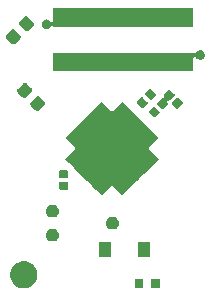
<source format=gbr>
G04 #@! TF.GenerationSoftware,KiCad,Pcbnew,(5.1.6)-1*
G04 #@! TF.CreationDate,2020-12-13T19:15:47+01:00*
G04 #@! TF.ProjectId,ACM-pcb,41434d2d-7063-4622-9e6b-696361645f70,rev?*
G04 #@! TF.SameCoordinates,Original*
G04 #@! TF.FileFunction,Soldermask,Bot*
G04 #@! TF.FilePolarity,Negative*
%FSLAX46Y46*%
G04 Gerber Fmt 4.6, Leading zero omitted, Abs format (unit mm)*
G04 Created by KiCad (PCBNEW (5.1.6)-1) date 2020-12-13 19:15:47*
%MOMM*%
%LPD*%
G01*
G04 APERTURE LIST*
%ADD10C,0.100000*%
G04 APERTURE END LIST*
D10*
G36*
X66224549Y-87871116D02*
G01*
X66335734Y-87893232D01*
X66545203Y-87979997D01*
X66733720Y-88105960D01*
X66894040Y-88266280D01*
X67020003Y-88454797D01*
X67106768Y-88664266D01*
X67151000Y-88886636D01*
X67151000Y-89113364D01*
X67106768Y-89335734D01*
X67020003Y-89545203D01*
X66894040Y-89733720D01*
X66733720Y-89894040D01*
X66545203Y-90020003D01*
X66335734Y-90106768D01*
X66239048Y-90126000D01*
X66113365Y-90151000D01*
X65886635Y-90151000D01*
X65760952Y-90126000D01*
X65664266Y-90106768D01*
X65454797Y-90020003D01*
X65266280Y-89894040D01*
X65105960Y-89733720D01*
X64979997Y-89545203D01*
X64893232Y-89335734D01*
X64849000Y-89113364D01*
X64849000Y-88886636D01*
X64893232Y-88664266D01*
X64979997Y-88454797D01*
X65105960Y-88266280D01*
X65266280Y-88105960D01*
X65454797Y-87979997D01*
X65664266Y-87893232D01*
X65775451Y-87871116D01*
X65886635Y-87849000D01*
X66113365Y-87849000D01*
X66224549Y-87871116D01*
G37*
G36*
X77501000Y-90126000D02*
G01*
X76799000Y-90126000D01*
X76799000Y-89324000D01*
X77501000Y-89324000D01*
X77501000Y-90126000D01*
G37*
G36*
X76101000Y-90126000D02*
G01*
X75399000Y-90126000D01*
X75399000Y-89324000D01*
X76101000Y-89324000D01*
X76101000Y-90126000D01*
G37*
G36*
X76700000Y-87519000D02*
G01*
X75698000Y-87519000D01*
X75698000Y-86217000D01*
X76700000Y-86217000D01*
X76700000Y-87519000D01*
G37*
G36*
X73400000Y-87519000D02*
G01*
X72398000Y-87519000D01*
X72398000Y-86217000D01*
X73400000Y-86217000D01*
X73400000Y-87519000D01*
G37*
G36*
X68526578Y-85100197D02*
G01*
X68579350Y-85110694D01*
X68678770Y-85151875D01*
X68768246Y-85211661D01*
X68844339Y-85287754D01*
X68904125Y-85377230D01*
X68945306Y-85476650D01*
X68966300Y-85582194D01*
X68966300Y-85689806D01*
X68945306Y-85795350D01*
X68904125Y-85894770D01*
X68844339Y-85984246D01*
X68768246Y-86060339D01*
X68678770Y-86120125D01*
X68579350Y-86161306D01*
X68526578Y-86171803D01*
X68473807Y-86182300D01*
X68366193Y-86182300D01*
X68313422Y-86171803D01*
X68260650Y-86161306D01*
X68161230Y-86120125D01*
X68071754Y-86060339D01*
X67995661Y-85984246D01*
X67935875Y-85894770D01*
X67894694Y-85795350D01*
X67873700Y-85689806D01*
X67873700Y-85582194D01*
X67894694Y-85476650D01*
X67935875Y-85377230D01*
X67995661Y-85287754D01*
X68071754Y-85211661D01*
X68161230Y-85151875D01*
X68260650Y-85110694D01*
X68313422Y-85100197D01*
X68366193Y-85089700D01*
X68473807Y-85089700D01*
X68526578Y-85100197D01*
G37*
G36*
X73606578Y-84084197D02*
G01*
X73659350Y-84094694D01*
X73758770Y-84135875D01*
X73848246Y-84195661D01*
X73924339Y-84271754D01*
X73984125Y-84361230D01*
X74025306Y-84460650D01*
X74046300Y-84566194D01*
X74046300Y-84673806D01*
X74025306Y-84779350D01*
X73984125Y-84878770D01*
X73924339Y-84968246D01*
X73848246Y-85044339D01*
X73758770Y-85104125D01*
X73659350Y-85145306D01*
X73626325Y-85151875D01*
X73553807Y-85166300D01*
X73446193Y-85166300D01*
X73373675Y-85151875D01*
X73340650Y-85145306D01*
X73241230Y-85104125D01*
X73151754Y-85044339D01*
X73075661Y-84968246D01*
X73015875Y-84878770D01*
X72974694Y-84779350D01*
X72953700Y-84673806D01*
X72953700Y-84566194D01*
X72974694Y-84460650D01*
X73015875Y-84361230D01*
X73075661Y-84271754D01*
X73151754Y-84195661D01*
X73241230Y-84135875D01*
X73340650Y-84094694D01*
X73393422Y-84084197D01*
X73446193Y-84073700D01*
X73553807Y-84073700D01*
X73606578Y-84084197D01*
G37*
G36*
X68526578Y-83068197D02*
G01*
X68579350Y-83078694D01*
X68678770Y-83119875D01*
X68768246Y-83179661D01*
X68844339Y-83255754D01*
X68904125Y-83345230D01*
X68945306Y-83444650D01*
X68966300Y-83550194D01*
X68966300Y-83657806D01*
X68945306Y-83763350D01*
X68904125Y-83862770D01*
X68844339Y-83952246D01*
X68768246Y-84028339D01*
X68678770Y-84088125D01*
X68579350Y-84129306D01*
X68546325Y-84135875D01*
X68473807Y-84150300D01*
X68366193Y-84150300D01*
X68293675Y-84135875D01*
X68260650Y-84129306D01*
X68161230Y-84088125D01*
X68071754Y-84028339D01*
X67995661Y-83952246D01*
X67935875Y-83862770D01*
X67894694Y-83763350D01*
X67873700Y-83657806D01*
X67873700Y-83550194D01*
X67894694Y-83444650D01*
X67935875Y-83345230D01*
X67995661Y-83255754D01*
X68071754Y-83179661D01*
X68161230Y-83119875D01*
X68260650Y-83078694D01*
X68313422Y-83068197D01*
X68366193Y-83057700D01*
X68473807Y-83057700D01*
X68526578Y-83068197D01*
G37*
G36*
X74660296Y-74666600D02*
G01*
X74660296Y-74666601D01*
X74800303Y-74806608D01*
X74800303Y-74806607D01*
X75119916Y-75126220D01*
X75119916Y-75126221D01*
X75259922Y-75266227D01*
X75259922Y-75266226D01*
X75579535Y-75585839D01*
X75579535Y-75585840D01*
X75667917Y-75674222D01*
X75667922Y-75674228D01*
X75719541Y-75725847D01*
X75719541Y-75725846D01*
X76039154Y-76045459D01*
X76039154Y-76045460D01*
X76090773Y-76097079D01*
X76090779Y-76097084D01*
X76179161Y-76185466D01*
X76179161Y-76185465D01*
X76498774Y-76505078D01*
X76498774Y-76505079D01*
X76638780Y-76645085D01*
X76638780Y-76645084D01*
X76958393Y-76964697D01*
X76958393Y-76964698D01*
X77098400Y-77104705D01*
X77098400Y-77104704D01*
X77418013Y-77424317D01*
X76622512Y-78219818D01*
X76606972Y-78238754D01*
X76595421Y-78260365D01*
X76588308Y-78283814D01*
X76585906Y-78308200D01*
X76588308Y-78332586D01*
X76595421Y-78356035D01*
X76606972Y-78377646D01*
X76622512Y-78396582D01*
X77418013Y-79192083D01*
X76179161Y-80430935D01*
X76039154Y-80570941D01*
X75719541Y-80890554D01*
X75579535Y-81030561D01*
X74340683Y-82269413D01*
X73545182Y-81473912D01*
X73526246Y-81458372D01*
X73504635Y-81446821D01*
X73481186Y-81439708D01*
X73456800Y-81437306D01*
X73432414Y-81439708D01*
X73408965Y-81446821D01*
X73387354Y-81458372D01*
X73368418Y-81473912D01*
X72572917Y-82269413D01*
X72253304Y-81949800D01*
X72253305Y-81949800D01*
X72113298Y-81809793D01*
X72113297Y-81809793D01*
X71793684Y-81490180D01*
X71793685Y-81490180D01*
X71653679Y-81350174D01*
X71653678Y-81350174D01*
X71334065Y-81030561D01*
X71334066Y-81030561D01*
X71245684Y-80942179D01*
X71245679Y-80942173D01*
X71194060Y-80890554D01*
X71194059Y-80890554D01*
X70874446Y-80570941D01*
X70874447Y-80570941D01*
X70822828Y-80519322D01*
X70822822Y-80519317D01*
X70734440Y-80430935D01*
X70734439Y-80430935D01*
X70414826Y-80111322D01*
X70414827Y-80111322D01*
X70274821Y-79971316D01*
X70274820Y-79971316D01*
X69955207Y-79651703D01*
X69955208Y-79651703D01*
X69815201Y-79511696D01*
X69815200Y-79511696D01*
X69495587Y-79192083D01*
X70291088Y-78396582D01*
X70306628Y-78377646D01*
X70318179Y-78356035D01*
X70325292Y-78332586D01*
X70327694Y-78308200D01*
X70325292Y-78283814D01*
X70318179Y-78260365D01*
X70306628Y-78238754D01*
X70291088Y-78219818D01*
X69495587Y-77424317D01*
X69815200Y-77104704D01*
X69815201Y-77104705D01*
X69955208Y-76964698D01*
X69955207Y-76964697D01*
X70274820Y-76645084D01*
X70274821Y-76645085D01*
X70414827Y-76505079D01*
X70414826Y-76505078D01*
X70734439Y-76185465D01*
X70734440Y-76185466D01*
X70822817Y-76097088D01*
X70822828Y-76097079D01*
X70874447Y-76045460D01*
X70874446Y-76045459D01*
X71194059Y-75725846D01*
X71194060Y-75725847D01*
X71245679Y-75674228D01*
X71245688Y-75674217D01*
X71334066Y-75585840D01*
X71334065Y-75585839D01*
X71653678Y-75266226D01*
X71653679Y-75266227D01*
X71793685Y-75126221D01*
X71793684Y-75126220D01*
X72113297Y-74806607D01*
X72113298Y-74806608D01*
X72253305Y-74666601D01*
X72253304Y-74666600D01*
X72572917Y-74346987D01*
X73368418Y-75142488D01*
X73387354Y-75158028D01*
X73408965Y-75169579D01*
X73432414Y-75176692D01*
X73456800Y-75179094D01*
X73481186Y-75176692D01*
X73504635Y-75169579D01*
X73526246Y-75158028D01*
X73545182Y-75142488D01*
X74340683Y-74346987D01*
X74660296Y-74666600D01*
G37*
G36*
X69649338Y-81116916D02*
G01*
X69669957Y-81123171D01*
X69688953Y-81133324D01*
X69705608Y-81146992D01*
X69719276Y-81163647D01*
X69729429Y-81182643D01*
X69735684Y-81203262D01*
X69738400Y-81230840D01*
X69738400Y-81689560D01*
X69735684Y-81717138D01*
X69729429Y-81737757D01*
X69719276Y-81756753D01*
X69705608Y-81773408D01*
X69688953Y-81787076D01*
X69669957Y-81797229D01*
X69649338Y-81803484D01*
X69621760Y-81806200D01*
X69113040Y-81806200D01*
X69085462Y-81803484D01*
X69064843Y-81797229D01*
X69045847Y-81787076D01*
X69029192Y-81773408D01*
X69015524Y-81756753D01*
X69005371Y-81737757D01*
X68999116Y-81717138D01*
X68996400Y-81689560D01*
X68996400Y-81230840D01*
X68999116Y-81203262D01*
X69005371Y-81182643D01*
X69015524Y-81163647D01*
X69029192Y-81146992D01*
X69045847Y-81133324D01*
X69064843Y-81123171D01*
X69085462Y-81116916D01*
X69113040Y-81114200D01*
X69621760Y-81114200D01*
X69649338Y-81116916D01*
G37*
G36*
X69649338Y-80146916D02*
G01*
X69669957Y-80153171D01*
X69688953Y-80163324D01*
X69705608Y-80176992D01*
X69719276Y-80193647D01*
X69729429Y-80212643D01*
X69735684Y-80233262D01*
X69738400Y-80260840D01*
X69738400Y-80719560D01*
X69735684Y-80747138D01*
X69729429Y-80767757D01*
X69719276Y-80786753D01*
X69705608Y-80803408D01*
X69688953Y-80817076D01*
X69669957Y-80827229D01*
X69649338Y-80833484D01*
X69621760Y-80836200D01*
X69113040Y-80836200D01*
X69085462Y-80833484D01*
X69064843Y-80827229D01*
X69045847Y-80817076D01*
X69029192Y-80803408D01*
X69015524Y-80786753D01*
X69005371Y-80767757D01*
X68999116Y-80747138D01*
X68996400Y-80719560D01*
X68996400Y-80260840D01*
X68999116Y-80233262D01*
X69005371Y-80212643D01*
X69015524Y-80193647D01*
X69029192Y-80176992D01*
X69045847Y-80163324D01*
X69064843Y-80153171D01*
X69085462Y-80146916D01*
X69113040Y-80144200D01*
X69621760Y-80144200D01*
X69649338Y-80146916D01*
G37*
G36*
X77041960Y-74750891D02*
G01*
X77062579Y-74757146D01*
X77081575Y-74767299D01*
X77102996Y-74784879D01*
X77462721Y-75144604D01*
X77480301Y-75166025D01*
X77490454Y-75185021D01*
X77496709Y-75205640D01*
X77498820Y-75227078D01*
X77496709Y-75248516D01*
X77490454Y-75269135D01*
X77480301Y-75288131D01*
X77462721Y-75309552D01*
X77138352Y-75633921D01*
X77116931Y-75651501D01*
X77097935Y-75661654D01*
X77077316Y-75667909D01*
X77055878Y-75670020D01*
X77034440Y-75667909D01*
X77013821Y-75661654D01*
X76994825Y-75651501D01*
X76973404Y-75633921D01*
X76613679Y-75274196D01*
X76596099Y-75252775D01*
X76585946Y-75233779D01*
X76579691Y-75213160D01*
X76577580Y-75191722D01*
X76579691Y-75170284D01*
X76585946Y-75149665D01*
X76596099Y-75130669D01*
X76613679Y-75109248D01*
X76938048Y-74784879D01*
X76959469Y-74767299D01*
X76978465Y-74757146D01*
X76999084Y-74750891D01*
X77020522Y-74748780D01*
X77041960Y-74750891D01*
G37*
G36*
X67242905Y-73858255D02*
G01*
X67276883Y-73868563D01*
X67308204Y-73885304D01*
X67340418Y-73911742D01*
X67380269Y-73951593D01*
X67380275Y-73951598D01*
X67725696Y-74297019D01*
X67725701Y-74297025D01*
X67765552Y-74336876D01*
X67791990Y-74369090D01*
X67808731Y-74400411D01*
X67819039Y-74434389D01*
X67822519Y-74469730D01*
X67819039Y-74505071D01*
X67808731Y-74539049D01*
X67791990Y-74570370D01*
X67765552Y-74602584D01*
X67725701Y-74642435D01*
X67725696Y-74642441D01*
X67327241Y-75040896D01*
X67327235Y-75040901D01*
X67287384Y-75080752D01*
X67255170Y-75107190D01*
X67223849Y-75123931D01*
X67189871Y-75134239D01*
X67154530Y-75137719D01*
X67119189Y-75134239D01*
X67085211Y-75123931D01*
X67053890Y-75107190D01*
X67021676Y-75080752D01*
X66981825Y-75040901D01*
X66981819Y-75040896D01*
X66636398Y-74695475D01*
X66636393Y-74695469D01*
X66596542Y-74655618D01*
X66570104Y-74623404D01*
X66553363Y-74592083D01*
X66543055Y-74558105D01*
X66539575Y-74522764D01*
X66543055Y-74487423D01*
X66553363Y-74453445D01*
X66570104Y-74422124D01*
X66596542Y-74389910D01*
X66636393Y-74350059D01*
X66636398Y-74350053D01*
X67034853Y-73951598D01*
X67034859Y-73951593D01*
X67074710Y-73911742D01*
X67106924Y-73885304D01*
X67138245Y-73868563D01*
X67172223Y-73858255D01*
X67207564Y-73854775D01*
X67242905Y-73858255D01*
G37*
G36*
X78347316Y-73328491D02*
G01*
X78367935Y-73334746D01*
X78386931Y-73344899D01*
X78408352Y-73362479D01*
X78732721Y-73686848D01*
X78750301Y-73708269D01*
X78760454Y-73727265D01*
X78766709Y-73747884D01*
X78768820Y-73769322D01*
X78766709Y-73790760D01*
X78760454Y-73811379D01*
X78750301Y-73830375D01*
X78732721Y-73851796D01*
X78372996Y-74211521D01*
X78351575Y-74229101D01*
X78332579Y-74239254D01*
X78311960Y-74245509D01*
X78290522Y-74247620D01*
X78269084Y-74245509D01*
X78267660Y-74245077D01*
X78243626Y-74240297D01*
X78219122Y-74240297D01*
X78195089Y-74245078D01*
X78172450Y-74254455D01*
X78152076Y-74268069D01*
X78134749Y-74285396D01*
X78121135Y-74305771D01*
X78111758Y-74328409D01*
X78106978Y-74352443D01*
X78106978Y-74376947D01*
X78111759Y-74400980D01*
X78121136Y-74423619D01*
X78142987Y-74453082D01*
X78148615Y-74458710D01*
X78166195Y-74480131D01*
X78176348Y-74499127D01*
X78182603Y-74519746D01*
X78184714Y-74541184D01*
X78182603Y-74562622D01*
X78176348Y-74583241D01*
X78166195Y-74602237D01*
X78148615Y-74623658D01*
X77824246Y-74948027D01*
X77802825Y-74965607D01*
X77783829Y-74975760D01*
X77763210Y-74982015D01*
X77741772Y-74984126D01*
X77720334Y-74982015D01*
X77699715Y-74975760D01*
X77680719Y-74965607D01*
X77659298Y-74948027D01*
X77299573Y-74588302D01*
X77281993Y-74566881D01*
X77271840Y-74547885D01*
X77265585Y-74527266D01*
X77263474Y-74505828D01*
X77265585Y-74484390D01*
X77271840Y-74463771D01*
X77281993Y-74444775D01*
X77299573Y-74423354D01*
X77623942Y-74098985D01*
X77645363Y-74081405D01*
X77664359Y-74071252D01*
X77684978Y-74064997D01*
X77706416Y-74062886D01*
X77727854Y-74064997D01*
X77735340Y-74067268D01*
X77759373Y-74072048D01*
X77783877Y-74072048D01*
X77807910Y-74067268D01*
X77830549Y-74057890D01*
X77850923Y-74044277D01*
X77868250Y-74026950D01*
X77881864Y-74006575D01*
X77891242Y-73983936D01*
X77896022Y-73959903D01*
X77896022Y-73935399D01*
X77891242Y-73911366D01*
X77881864Y-73888727D01*
X77868253Y-73868355D01*
X77866099Y-73865731D01*
X77855946Y-73846735D01*
X77849691Y-73826116D01*
X77847580Y-73804678D01*
X77849691Y-73783240D01*
X77855946Y-73762621D01*
X77866099Y-73743625D01*
X77883679Y-73722204D01*
X78243404Y-73362479D01*
X78264825Y-73344899D01*
X78283821Y-73334746D01*
X78304440Y-73328491D01*
X78325878Y-73326380D01*
X78347316Y-73328491D01*
G37*
G36*
X79033210Y-74014385D02*
G01*
X79053829Y-74020640D01*
X79072825Y-74030793D01*
X79094246Y-74048373D01*
X79418615Y-74372742D01*
X79436195Y-74394163D01*
X79446348Y-74413159D01*
X79452603Y-74433778D01*
X79454714Y-74455216D01*
X79452603Y-74476654D01*
X79446348Y-74497273D01*
X79436195Y-74516269D01*
X79418615Y-74537690D01*
X79058890Y-74897415D01*
X79037469Y-74914995D01*
X79018473Y-74925148D01*
X78997854Y-74931403D01*
X78976416Y-74933514D01*
X78954978Y-74931403D01*
X78934359Y-74925148D01*
X78915363Y-74914995D01*
X78893942Y-74897415D01*
X78569573Y-74573046D01*
X78551993Y-74551625D01*
X78541840Y-74532629D01*
X78535585Y-74512010D01*
X78533474Y-74490572D01*
X78535585Y-74469134D01*
X78541840Y-74448515D01*
X78551993Y-74429519D01*
X78569573Y-74408098D01*
X78929298Y-74048373D01*
X78950719Y-74030793D01*
X78969715Y-74020640D01*
X78990334Y-74014385D01*
X79011772Y-74012274D01*
X79033210Y-74014385D01*
G37*
G36*
X76025960Y-73963491D02*
G01*
X76046579Y-73969746D01*
X76065575Y-73979899D01*
X76086996Y-73997479D01*
X76446721Y-74357204D01*
X76464301Y-74378625D01*
X76474454Y-74397621D01*
X76480709Y-74418240D01*
X76482820Y-74439678D01*
X76480709Y-74461116D01*
X76474454Y-74481735D01*
X76464301Y-74500731D01*
X76446721Y-74522152D01*
X76122352Y-74846521D01*
X76100931Y-74864101D01*
X76081935Y-74874254D01*
X76061316Y-74880509D01*
X76039878Y-74882620D01*
X76018440Y-74880509D01*
X75997821Y-74874254D01*
X75978825Y-74864101D01*
X75957404Y-74846521D01*
X75597679Y-74486796D01*
X75580099Y-74465375D01*
X75569946Y-74446379D01*
X75563691Y-74425760D01*
X75561580Y-74404322D01*
X75563691Y-74382884D01*
X75569946Y-74362265D01*
X75580099Y-74343269D01*
X75597679Y-74321848D01*
X75922048Y-73997479D01*
X75943469Y-73979899D01*
X75962465Y-73969746D01*
X75983084Y-73963491D01*
X76004522Y-73961380D01*
X76025960Y-73963491D01*
G37*
G36*
X76711854Y-73277597D02*
G01*
X76732473Y-73283852D01*
X76751469Y-73294005D01*
X76772890Y-73311585D01*
X77132615Y-73671310D01*
X77150195Y-73692731D01*
X77160348Y-73711727D01*
X77166603Y-73732346D01*
X77168714Y-73753784D01*
X77166603Y-73775222D01*
X77160348Y-73795841D01*
X77150195Y-73814837D01*
X77132615Y-73836258D01*
X76808246Y-74160627D01*
X76786825Y-74178207D01*
X76767829Y-74188360D01*
X76747210Y-74194615D01*
X76725772Y-74196726D01*
X76704334Y-74194615D01*
X76683715Y-74188360D01*
X76664719Y-74178207D01*
X76643298Y-74160627D01*
X76283573Y-73800902D01*
X76265993Y-73779481D01*
X76255840Y-73760485D01*
X76249585Y-73739866D01*
X76247474Y-73718428D01*
X76249585Y-73696990D01*
X76255840Y-73676371D01*
X76265993Y-73657375D01*
X76283573Y-73635954D01*
X76607942Y-73311585D01*
X76629363Y-73294005D01*
X76648359Y-73283852D01*
X76668978Y-73277597D01*
X76690416Y-73275486D01*
X76711854Y-73277597D01*
G37*
G36*
X66129211Y-72744561D02*
G01*
X66163189Y-72754869D01*
X66194510Y-72771610D01*
X66226724Y-72798048D01*
X66266575Y-72837899D01*
X66266581Y-72837904D01*
X66612002Y-73183325D01*
X66612007Y-73183331D01*
X66651858Y-73223182D01*
X66678296Y-73255396D01*
X66695037Y-73286717D01*
X66705345Y-73320695D01*
X66708825Y-73356036D01*
X66705345Y-73391377D01*
X66695037Y-73425355D01*
X66678296Y-73456676D01*
X66651858Y-73488890D01*
X66612007Y-73528741D01*
X66612002Y-73528747D01*
X66213547Y-73927202D01*
X66213541Y-73927207D01*
X66173690Y-73967058D01*
X66141476Y-73993496D01*
X66110155Y-74010237D01*
X66076177Y-74020545D01*
X66040836Y-74024025D01*
X66005495Y-74020545D01*
X65971517Y-74010237D01*
X65940196Y-73993496D01*
X65907982Y-73967058D01*
X65868131Y-73927207D01*
X65868125Y-73927202D01*
X65522704Y-73581781D01*
X65522699Y-73581775D01*
X65482848Y-73541924D01*
X65456410Y-73509710D01*
X65439669Y-73478389D01*
X65429361Y-73444411D01*
X65425881Y-73409070D01*
X65429361Y-73373729D01*
X65439669Y-73339751D01*
X65456410Y-73308430D01*
X65482848Y-73276216D01*
X65522699Y-73236365D01*
X65522704Y-73236359D01*
X65921159Y-72837904D01*
X65921165Y-72837899D01*
X65961016Y-72798048D01*
X65993230Y-72771610D01*
X66024551Y-72754869D01*
X66058529Y-72744561D01*
X66093870Y-72741081D01*
X66129211Y-72744561D01*
G37*
G36*
X81000231Y-69994705D02*
G01*
X81038967Y-70002410D01*
X81069195Y-70014931D01*
X81111944Y-70032638D01*
X81177622Y-70076523D01*
X81233477Y-70132378D01*
X81277362Y-70198056D01*
X81307590Y-70271034D01*
X81323000Y-70348504D01*
X81323000Y-70427496D01*
X81307590Y-70504966D01*
X81277362Y-70577944D01*
X81233477Y-70643622D01*
X81177622Y-70699477D01*
X81111944Y-70743362D01*
X81069195Y-70761069D01*
X81038967Y-70773590D01*
X81000231Y-70781295D01*
X80961496Y-70789000D01*
X80882504Y-70789000D01*
X80843769Y-70781295D01*
X80805033Y-70773590D01*
X80774805Y-70761069D01*
X80732056Y-70743362D01*
X80666378Y-70699477D01*
X80610521Y-70643620D01*
X80576932Y-70593350D01*
X80561387Y-70574408D01*
X80542445Y-70558863D01*
X80520835Y-70547311D01*
X80497386Y-70540198D01*
X80473000Y-70537796D01*
X80448614Y-70540198D01*
X80425165Y-70547311D01*
X80403554Y-70558862D01*
X80384612Y-70574407D01*
X80369067Y-70593349D01*
X80357515Y-70614959D01*
X80350402Y-70638408D01*
X80348000Y-70662795D01*
X80348000Y-71789000D01*
X68496000Y-71789000D01*
X68496000Y-70187000D01*
X80372635Y-70187000D01*
X80384611Y-70201593D01*
X80403553Y-70217138D01*
X80425164Y-70228689D01*
X80448613Y-70235802D01*
X80472999Y-70238204D01*
X80497385Y-70235802D01*
X80520834Y-70228689D01*
X80542445Y-70217138D01*
X80561387Y-70201593D01*
X80576932Y-70182650D01*
X80610521Y-70132380D01*
X80666378Y-70076523D01*
X80732056Y-70032638D01*
X80774805Y-70014931D01*
X80805033Y-70002410D01*
X80843769Y-69994705D01*
X80882504Y-69987000D01*
X80961496Y-69987000D01*
X81000231Y-69994705D01*
G37*
G36*
X65101977Y-68218855D02*
G01*
X65135955Y-68229163D01*
X65167276Y-68245904D01*
X65199490Y-68272342D01*
X65239341Y-68312193D01*
X65239347Y-68312198D01*
X65637802Y-68710653D01*
X65637807Y-68710659D01*
X65677658Y-68750510D01*
X65704096Y-68782724D01*
X65720837Y-68814045D01*
X65731145Y-68848023D01*
X65734625Y-68883364D01*
X65731145Y-68918705D01*
X65720837Y-68952683D01*
X65704096Y-68984004D01*
X65677658Y-69016218D01*
X65637807Y-69056069D01*
X65637802Y-69056075D01*
X65292381Y-69401496D01*
X65292375Y-69401501D01*
X65252524Y-69441352D01*
X65220310Y-69467790D01*
X65188989Y-69484531D01*
X65155011Y-69494839D01*
X65119670Y-69498319D01*
X65084329Y-69494839D01*
X65050351Y-69484531D01*
X65019030Y-69467790D01*
X64986816Y-69441352D01*
X64946965Y-69401501D01*
X64946959Y-69401496D01*
X64548504Y-69003041D01*
X64548499Y-69003035D01*
X64508648Y-68963184D01*
X64482210Y-68930970D01*
X64465469Y-68899649D01*
X64455161Y-68865671D01*
X64451681Y-68830330D01*
X64455161Y-68794989D01*
X64465469Y-68761011D01*
X64482210Y-68729690D01*
X64508648Y-68697476D01*
X64548499Y-68657625D01*
X64548504Y-68657619D01*
X64893925Y-68312198D01*
X64893931Y-68312193D01*
X64933782Y-68272342D01*
X64965996Y-68245904D01*
X64997317Y-68229163D01*
X65031295Y-68218855D01*
X65066636Y-68215375D01*
X65101977Y-68218855D01*
G37*
G36*
X66215671Y-67105161D02*
G01*
X66249649Y-67115469D01*
X66280970Y-67132210D01*
X66313184Y-67158648D01*
X66353035Y-67198499D01*
X66353041Y-67198504D01*
X66751496Y-67596959D01*
X66751501Y-67596965D01*
X66791352Y-67636816D01*
X66817790Y-67669030D01*
X66834531Y-67700351D01*
X66844839Y-67734329D01*
X66848319Y-67769670D01*
X66844839Y-67805011D01*
X66834531Y-67838989D01*
X66817790Y-67870310D01*
X66791352Y-67902524D01*
X66751501Y-67942375D01*
X66751496Y-67942381D01*
X66406075Y-68287802D01*
X66406069Y-68287807D01*
X66366218Y-68327658D01*
X66334004Y-68354096D01*
X66302683Y-68370837D01*
X66268705Y-68381145D01*
X66233364Y-68384625D01*
X66198023Y-68381145D01*
X66164045Y-68370837D01*
X66132724Y-68354096D01*
X66100510Y-68327658D01*
X66060659Y-68287807D01*
X66060653Y-68287802D01*
X65662198Y-67889347D01*
X65662193Y-67889341D01*
X65622342Y-67849490D01*
X65595904Y-67817276D01*
X65579163Y-67785955D01*
X65568855Y-67751977D01*
X65565375Y-67716636D01*
X65568855Y-67681295D01*
X65579163Y-67647317D01*
X65595904Y-67615996D01*
X65622342Y-67583782D01*
X65662193Y-67543931D01*
X65662198Y-67543925D01*
X66007619Y-67198504D01*
X66007625Y-67198499D01*
X66047476Y-67158648D01*
X66079690Y-67132210D01*
X66111011Y-67115469D01*
X66144989Y-67105161D01*
X66180330Y-67101681D01*
X66215671Y-67105161D01*
G37*
G36*
X80348000Y-67989000D02*
G01*
X68471365Y-67989000D01*
X68459389Y-67974407D01*
X68440447Y-67958862D01*
X68418836Y-67947311D01*
X68395387Y-67940198D01*
X68371001Y-67937796D01*
X68346615Y-67940198D01*
X68323166Y-67947311D01*
X68301555Y-67958862D01*
X68282613Y-67974407D01*
X68267068Y-67993350D01*
X68233479Y-68043620D01*
X68177622Y-68099477D01*
X68111944Y-68143362D01*
X68069195Y-68161069D01*
X68038967Y-68173590D01*
X68000231Y-68181295D01*
X67961496Y-68189000D01*
X67882504Y-68189000D01*
X67843769Y-68181295D01*
X67805033Y-68173590D01*
X67774805Y-68161069D01*
X67732056Y-68143362D01*
X67666378Y-68099477D01*
X67610523Y-68043622D01*
X67566638Y-67977944D01*
X67548931Y-67935195D01*
X67536410Y-67904967D01*
X67521000Y-67827495D01*
X67521000Y-67748505D01*
X67536410Y-67671033D01*
X67553950Y-67628689D01*
X67566638Y-67598056D01*
X67610523Y-67532378D01*
X67666378Y-67476523D01*
X67732056Y-67432638D01*
X67774805Y-67414931D01*
X67805033Y-67402410D01*
X67843769Y-67394705D01*
X67882504Y-67387000D01*
X67961496Y-67387000D01*
X68000231Y-67394705D01*
X68038967Y-67402410D01*
X68069195Y-67414931D01*
X68111944Y-67432638D01*
X68177622Y-67476523D01*
X68233479Y-67532380D01*
X68267068Y-67582650D01*
X68282613Y-67601592D01*
X68301555Y-67617137D01*
X68323165Y-67628689D01*
X68346614Y-67635802D01*
X68371000Y-67638204D01*
X68395386Y-67635802D01*
X68418835Y-67628689D01*
X68440446Y-67617138D01*
X68459388Y-67601593D01*
X68474933Y-67582651D01*
X68486485Y-67561041D01*
X68493598Y-67537592D01*
X68496000Y-67513205D01*
X68496000Y-66387000D01*
X80348000Y-66387000D01*
X80348000Y-67989000D01*
G37*
M02*

</source>
